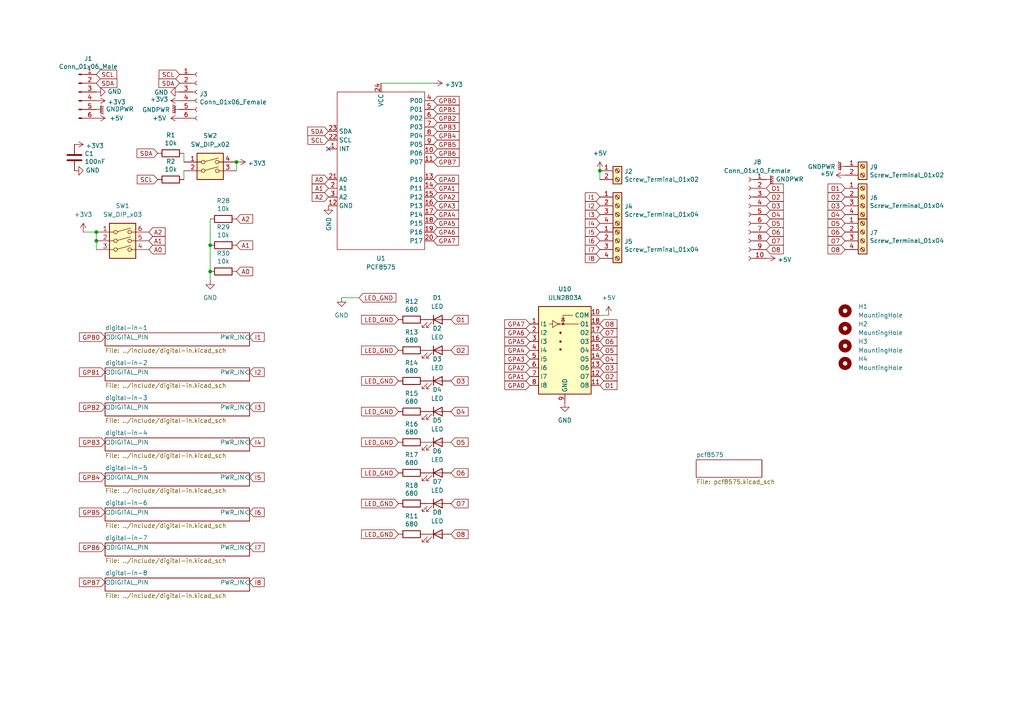
<source format=kicad_sch>
(kicad_sch (version 20210621) (generator eeschema)
  (paper "A4")
  (lib_symbols
    (symbol "Connector:Conn_01x06_Female" (pin_names (offset 1.016) hide)
      (property "Reference" "J" (at 0 7.62 0))
      (property "Value" "Conn_01x06_Female" (at 0 -10.16 0))
      (symbol "Conn_01x06_Female_1_1"
        (arc (start 0 -7.112) (end 0 -8.128) (radius (at 0 -7.62) (length 0.508) (angles 90.1 -90.1)) (stroke (width 0.1524)))
        (arc (start 0 -4.572) (end 0 -5.588) (radius (at 0 -5.08) (length 0.508) (angles 90.1 -90.1)) (stroke (width 0.1524)))
        (arc (start 0 -2.032) (end 0 -3.048) (radius (at 0 -2.54) (length 0.508) (angles 90.1 -90.1)) (stroke (width 0.1524)))
        (arc (start 0 0.508) (end 0 -0.508) (radius (at 0 0) (length 0.508) (angles 90.1 -90.1)) (stroke (width 0.1524)))
        (arc (start 0 3.048) (end 0 2.032) (radius (at 0 2.54) (length 0.508) (angles 90.1 -90.1)) (stroke (width 0.1524)))
        (arc (start 0 5.588) (end 0 4.572) (radius (at 0 5.08) (length 0.508) (angles 90.1 -90.1)) (stroke (width 0.1524)))
        (polyline (pts (xy -1.27 -7.62) (xy -0.508 -7.62)) (stroke (width 0.1524)))
        (polyline (pts (xy -1.27 -5.08) (xy -0.508 -5.08)) (stroke (width 0.1524)))
        (polyline (pts (xy -1.27 -2.54) (xy -0.508 -2.54)) (stroke (width 0.1524)))
        (polyline (pts (xy -1.27 0) (xy -0.508 0)) (stroke (width 0.1524)))
        (polyline (pts (xy -1.27 2.54) (xy -0.508 2.54)) (stroke (width 0.1524)))
        (polyline (pts (xy -1.27 5.08) (xy -0.508 5.08)) (stroke (width 0.1524)))
        (pin passive line (at -5.08 5.08 0) (length 3.81) (name "Pin_1") (number "1"))
        (pin passive line (at -5.08 2.54 0) (length 3.81) (name "Pin_2") (number "2"))
        (pin passive line (at -5.08 0 0) (length 3.81) (name "Pin_3") (number "3"))
        (pin passive line (at -5.08 -2.54 0) (length 3.81) (name "Pin_4") (number "4"))
        (pin passive line (at -5.08 -5.08 0) (length 3.81) (name "Pin_5") (number "5"))
        (pin passive line (at -5.08 -7.62 0) (length 3.81) (name "Pin_6") (number "6"))
      )
    )
    (symbol "Connector:Conn_01x06_Male" (pin_names (offset 1.016) hide)
      (property "Reference" "J" (at 0 7.62 0))
      (property "Value" "Conn_01x06_Male" (at 0 -10.16 0))
      (symbol "Conn_01x06_Male_1_1"
        (rectangle (start 0.8636 -7.493) (end 0 -7.747) (stroke (width 0.1524)) (fill (type outline)))
        (rectangle (start 0.8636 -4.953) (end 0 -5.207) (stroke (width 0.1524)) (fill (type outline)))
        (rectangle (start 0.8636 -2.413) (end 0 -2.667) (stroke (width 0.1524)) (fill (type outline)))
        (rectangle (start 0.8636 0.127) (end 0 -0.127) (stroke (width 0.1524)) (fill (type outline)))
        (rectangle (start 0.8636 2.667) (end 0 2.413) (stroke (width 0.1524)) (fill (type outline)))
        (rectangle (start 0.8636 5.207) (end 0 4.953) (stroke (width 0.1524)) (fill (type outline)))
        (polyline (pts (xy 1.27 -7.62) (xy 0.8636 -7.62)) (stroke (width 0.1524)))
        (polyline (pts (xy 1.27 -5.08) (xy 0.8636 -5.08)) (stroke (width 0.1524)))
        (polyline (pts (xy 1.27 -2.54) (xy 0.8636 -2.54)) (stroke (width 0.1524)))
        (polyline (pts (xy 1.27 0) (xy 0.8636 0)) (stroke (width 0.1524)))
        (polyline (pts (xy 1.27 2.54) (xy 0.8636 2.54)) (stroke (width 0.1524)))
        (polyline (pts (xy 1.27 5.08) (xy 0.8636 5.08)) (stroke (width 0.1524)))
        (pin passive line (at 5.08 5.08 180) (length 3.81) (name "Pin_1") (number "1"))
        (pin passive line (at 5.08 2.54 180) (length 3.81) (name "Pin_2") (number "2"))
        (pin passive line (at 5.08 0 180) (length 3.81) (name "Pin_3") (number "3"))
        (pin passive line (at 5.08 -2.54 180) (length 3.81) (name "Pin_4") (number "4"))
        (pin passive line (at 5.08 -5.08 180) (length 3.81) (name "Pin_5") (number "5"))
        (pin passive line (at 5.08 -7.62 180) (length 3.81) (name "Pin_6") (number "6"))
      )
    )
    (symbol "Connector:Conn_01x10_Female" (pin_names (offset 1.016) hide)
      (property "Reference" "J" (at 0 12.7 0))
      (property "Value" "Conn_01x10_Female" (at 0 -15.24 0))
      (symbol "Conn_01x10_Female_1_1"
        (arc (start 0 -12.192) (end 0 -13.208) (radius (at 0 -12.7) (length 0.508) (angles 90.1 -90.1)) (stroke (width 0.1524)))
        (arc (start 0 -9.652) (end 0 -10.668) (radius (at 0 -10.16) (length 0.508) (angles 90.1 -90.1)) (stroke (width 0.1524)))
        (arc (start 0 -7.112) (end 0 -8.128) (radius (at 0 -7.62) (length 0.508) (angles 90.1 -90.1)) (stroke (width 0.1524)))
        (arc (start 0 -4.572) (end 0 -5.588) (radius (at 0 -5.08) (length 0.508) (angles 90.1 -90.1)) (stroke (width 0.1524)))
        (arc (start 0 -2.032) (end 0 -3.048) (radius (at 0 -2.54) (length 0.508) (angles 90.1 -90.1)) (stroke (width 0.1524)))
        (arc (start 0 0.508) (end 0 -0.508) (radius (at 0 0) (length 0.508) (angles 90.1 -90.1)) (stroke (width 0.1524)))
        (arc (start 0 3.048) (end 0 2.032) (radius (at 0 2.54) (length 0.508) (angles 90.1 -90.1)) (stroke (width 0.1524)))
        (arc (start 0 5.588) (end 0 4.572) (radius (at 0 5.08) (length 0.508) (angles 90.1 -90.1)) (stroke (width 0.1524)))
        (arc (start 0 8.128) (end 0 7.112) (radius (at 0 7.62) (length 0.508) (angles 90.1 -90.1)) (stroke (width 0.1524)))
        (arc (start 0 10.668) (end 0 9.652) (radius (at 0 10.16) (length 0.508) (angles 90.1 -90.1)) (stroke (width 0.1524)))
        (polyline (pts (xy -1.27 -12.7) (xy -0.508 -12.7)) (stroke (width 0.1524)))
        (polyline (pts (xy -1.27 -10.16) (xy -0.508 -10.16)) (stroke (width 0.1524)))
        (polyline (pts (xy -1.27 -7.62) (xy -0.508 -7.62)) (stroke (width 0.1524)))
        (polyline (pts (xy -1.27 -5.08) (xy -0.508 -5.08)) (stroke (width 0.1524)))
        (polyline (pts (xy -1.27 -2.54) (xy -0.508 -2.54)) (stroke (width 0.1524)))
        (polyline (pts (xy -1.27 0) (xy -0.508 0)) (stroke (width 0.1524)))
        (polyline (pts (xy -1.27 2.54) (xy -0.508 2.54)) (stroke (width 0.1524)))
        (polyline (pts (xy -1.27 5.08) (xy -0.508 5.08)) (stroke (width 0.1524)))
        (polyline (pts (xy -1.27 7.62) (xy -0.508 7.62)) (stroke (width 0.1524)))
        (polyline (pts (xy -1.27 10.16) (xy -0.508 10.16)) (stroke (width 0.1524)))
        (pin passive line (at -5.08 10.16 0) (length 3.81) (name "Pin_1") (number "1"))
        (pin passive line (at -5.08 -12.7 0) (length 3.81) (name "Pin_10") (number "10"))
        (pin passive line (at -5.08 7.62 0) (length 3.81) (name "Pin_2") (number "2"))
        (pin passive line (at -5.08 5.08 0) (length 3.81) (name "Pin_3") (number "3"))
        (pin passive line (at -5.08 2.54 0) (length 3.81) (name "Pin_4") (number "4"))
        (pin passive line (at -5.08 0 0) (length 3.81) (name "Pin_5") (number "5"))
        (pin passive line (at -5.08 -2.54 0) (length 3.81) (name "Pin_6") (number "6"))
        (pin passive line (at -5.08 -5.08 0) (length 3.81) (name "Pin_7") (number "7"))
        (pin passive line (at -5.08 -7.62 0) (length 3.81) (name "Pin_8") (number "8"))
        (pin passive line (at -5.08 -10.16 0) (length 3.81) (name "Pin_9") (number "9"))
      )
    )
    (symbol "Connector:Screw_Terminal_01x02" (pin_names (offset 1.016) hide)
      (property "Reference" "J" (at 0 2.54 0))
      (property "Value" "Screw_Terminal_01x02" (at 0 -5.08 0))
      (symbol "Screw_Terminal_01x02_1_1"
        (circle (center 0 -2.54) (radius 0.635) (stroke (width 0.1524)))
        (circle (center 0 0) (radius 0.635) (stroke (width 0.1524)))
        (rectangle (start -1.27 1.27) (end 1.27 -3.81) (stroke (width 0.254)) (fill (type background)))
        (polyline (pts (xy -0.5334 -2.2098) (xy 0.3302 -3.048)) (stroke (width 0.1524)))
        (polyline (pts (xy -0.5334 0.3302) (xy 0.3302 -0.508)) (stroke (width 0.1524)))
        (polyline (pts (xy -0.3556 -2.032) (xy 0.508 -2.8702)) (stroke (width 0.1524)))
        (polyline (pts (xy -0.3556 0.508) (xy 0.508 -0.3302)) (stroke (width 0.1524)))
        (pin passive line (at -5.08 0 0) (length 3.81) (name "Pin_1") (number "1"))
        (pin passive line (at -5.08 -2.54 0) (length 3.81) (name "Pin_2") (number "2"))
      )
    )
    (symbol "Connector:Screw_Terminal_01x04" (pin_names (offset 1.016) hide)
      (property "Reference" "J" (at 0 5.08 0))
      (property "Value" "Screw_Terminal_01x04" (at 0 -7.62 0))
      (symbol "Screw_Terminal_01x04_1_1"
        (circle (center 0 -5.08) (radius 0.635) (stroke (width 0.1524)))
        (circle (center 0 -2.54) (radius 0.635) (stroke (width 0.1524)))
        (circle (center 0 0) (radius 0.635) (stroke (width 0.1524)))
        (circle (center 0 2.54) (radius 0.635) (stroke (width 0.1524)))
        (rectangle (start -1.27 3.81) (end 1.27 -6.35) (stroke (width 0.254)) (fill (type background)))
        (polyline (pts (xy -0.5334 -4.7498) (xy 0.3302 -5.588)) (stroke (width 0.1524)))
        (polyline (pts (xy -0.5334 -2.2098) (xy 0.3302 -3.048)) (stroke (width 0.1524)))
        (polyline (pts (xy -0.5334 0.3302) (xy 0.3302 -0.508)) (stroke (width 0.1524)))
        (polyline (pts (xy -0.5334 2.8702) (xy 0.3302 2.032)) (stroke (width 0.1524)))
        (polyline (pts (xy -0.3556 -4.572) (xy 0.508 -5.4102)) (stroke (width 0.1524)))
        (polyline (pts (xy -0.3556 -2.032) (xy 0.508 -2.8702)) (stroke (width 0.1524)))
        (polyline (pts (xy -0.3556 0.508) (xy 0.508 -0.3302)) (stroke (width 0.1524)))
        (polyline (pts (xy -0.3556 3.048) (xy 0.508 2.2098)) (stroke (width 0.1524)))
        (pin passive line (at -5.08 2.54 0) (length 3.81) (name "Pin_1") (number "1"))
        (pin passive line (at -5.08 0 0) (length 3.81) (name "Pin_2") (number "2"))
        (pin passive line (at -5.08 -2.54 0) (length 3.81) (name "Pin_3") (number "3"))
        (pin passive line (at -5.08 -5.08 0) (length 3.81) (name "Pin_4") (number "4"))
      )
    )
    (symbol "Device:C" (pin_numbers hide) (pin_names (offset 0.254))
      (property "Reference" "C" (at 0.635 2.54 0))
      (property "Value" "C" (at 0.635 -2.54 0))
      (symbol "C_0_1"
        (polyline (pts (xy -2.032 -0.762) (xy 2.032 -0.762)) (stroke (width 0.508)))
        (polyline (pts (xy -2.032 0.762) (xy 2.032 0.762)) (stroke (width 0.508)))
      )
      (symbol "C_1_1"
        (pin passive line (at 0 3.81 270) (length 2.794) (name "~") (number "1"))
        (pin passive line (at 0 -3.81 90) (length 2.794) (name "~") (number "2"))
      )
    )
    (symbol "Device:LED" (pin_numbers hide) (pin_names (offset 1.016) hide)
      (property "Reference" "D" (at 0 2.54 0))
      (property "Value" "LED" (at 0 -2.54 0))
      (symbol "LED_0_1"
        (polyline (pts (xy -1.27 -1.27) (xy -1.27 1.27)) (stroke (width 0.254)))
        (polyline (pts (xy -1.27 0) (xy 1.27 0)))
        (polyline (pts (xy 1.27 -1.27) (xy 1.27 1.27) (xy -1.27 0) (xy 1.27 -1.27)) (stroke (width 0.254)))
        (polyline (pts (xy -3.048 -0.762) (xy -4.572 -2.286) (xy -3.81 -2.286) (xy -4.572 -2.286) (xy -4.572 -1.524)))
        (polyline (pts (xy -1.778 -0.762) (xy -3.302 -2.286) (xy -2.54 -2.286) (xy -3.302 -2.286) (xy -3.302 -1.524)))
      )
      (symbol "LED_1_1"
        (pin passive line (at -3.81 0 0) (length 2.54) (name "K") (number "1"))
        (pin passive line (at 3.81 0 180) (length 2.54) (name "A") (number "2"))
      )
    )
    (symbol "Device:R" (pin_numbers hide) (pin_names (offset 0))
      (property "Reference" "R" (at 2.032 0 90))
      (property "Value" "R" (at 0 0 90))
      (symbol "R_0_1"
        (rectangle (start -1.016 -2.54) (end 1.016 2.54) (stroke (width 0.254)))
      )
      (symbol "R_1_1"
        (pin passive line (at 0 3.81 270) (length 1.27) (name "~") (number "1"))
        (pin passive line (at 0 -3.81 90) (length 1.27) (name "~") (number "2"))
      )
    )
    (symbol "Mechanical:MountingHole" (pin_names (offset 1.016))
      (property "Reference" "H" (at 0 5.08 0))
      (property "Value" "MountingHole" (at 0 3.175 0))
      (symbol "MountingHole_0_1"
        (circle (center 0 0) (radius 1.27) (stroke (width 1.27)))
      )
    )
    (symbol "Switch:SW_DIP_x02" (pin_names (offset 0) hide)
      (property "Reference" "SW" (at 0 6.35 0))
      (property "Value" "SW_DIP_x02" (at 0 -3.81 0))
      (symbol "SW_DIP_x02_0_0"
        (circle (center -2.032 0) (radius 0.508))
        (circle (center -2.032 2.54) (radius 0.508))
        (circle (center 2.032 0) (radius 0.508))
        (circle (center 2.032 2.54) (radius 0.508))
        (polyline (pts (xy -1.524 0.127) (xy 2.3622 1.1684)))
        (polyline (pts (xy -1.524 2.667) (xy 2.3622 3.7084)))
      )
      (symbol "SW_DIP_x02_0_1"
        (rectangle (start -3.81 5.08) (end 3.81 -2.54) (stroke (width 0.254)) (fill (type background)))
      )
      (symbol "SW_DIP_x02_1_1"
        (pin passive line (at -7.62 2.54 0) (length 5.08) (name "~") (number "1"))
        (pin passive line (at -7.62 0 0) (length 5.08) (name "~") (number "2"))
        (pin passive line (at 7.62 0 180) (length 5.08) (name "~") (number "3"))
        (pin passive line (at 7.62 2.54 180) (length 5.08) (name "~") (number "4"))
      )
    )
    (symbol "Switch:SW_DIP_x03" (pin_names (offset 0) hide)
      (property "Reference" "SW" (at 0 8.89 0))
      (property "Value" "SW_DIP_x03" (at 0 -3.81 0))
      (symbol "SW_DIP_x03_0_0"
        (circle (center -2.032 0) (radius 0.508))
        (circle (center -2.032 2.54) (radius 0.508))
        (circle (center -2.032 5.08) (radius 0.508))
        (circle (center 2.032 0) (radius 0.508))
        (circle (center 2.032 2.54) (radius 0.508))
        (circle (center 2.032 5.08) (radius 0.508))
        (polyline (pts (xy -1.524 0.127) (xy 2.3622 1.1684)))
        (polyline (pts (xy -1.524 2.667) (xy 2.3622 3.7084)))
        (polyline (pts (xy -1.524 5.207) (xy 2.3622 6.2484)))
      )
      (symbol "SW_DIP_x03_0_1"
        (rectangle (start -3.81 7.62) (end 3.81 -2.54) (stroke (width 0.254)) (fill (type background)))
      )
      (symbol "SW_DIP_x03_1_1"
        (pin passive line (at -7.62 5.08 0) (length 5.08) (name "~") (number "1"))
        (pin passive line (at -7.62 2.54 0) (length 5.08) (name "~") (number "2"))
        (pin passive line (at -7.62 0 0) (length 5.08) (name "~") (number "3"))
        (pin passive line (at 7.62 0 180) (length 5.08) (name "~") (number "4"))
        (pin passive line (at 7.62 2.54 180) (length 5.08) (name "~") (number "5"))
        (pin passive line (at 7.62 5.08 180) (length 5.08) (name "~") (number "6"))
      )
    )
    (symbol "Transistor_Array:ULN2803A"
      (property "Reference" "U" (at 0 13.335 0))
      (property "Value" "ULN2803A" (at 0 11.43 0))
      (symbol "ULN2803A_0_1"
        (circle (center -1.778 5.08) (radius 0.254))
        (circle (center -1.27 -2.286) (radius 0.254) (fill (type outline)))
        (circle (center -1.27 0) (radius 0.254) (fill (type outline)))
        (circle (center -1.27 2.54) (radius 0.254) (fill (type outline)))
        (circle (center -0.508 5.08) (radius 0.254) (fill (type outline)))
        (rectangle (start -7.62 -15.24) (end 7.62 10.16) (stroke (width 0.254)) (fill (type background)))
        (polyline (pts (xy -4.572 5.08) (xy -3.556 5.08)))
        (polyline (pts (xy -1.524 5.08) (xy 4.064 5.08)))
        (polyline (pts (xy 0 6.731) (xy -1.016 6.731)))
        (polyline (pts (xy -0.508 5.08) (xy -0.508 7.62) (xy 2.286 7.62)))
        (polyline (pts (xy -3.556 6.096) (xy -3.556 4.064) (xy -2.032 5.08) (xy -3.556 6.096)))
        (polyline (pts (xy 0 5.969) (xy -1.016 5.969) (xy -0.508 6.731) (xy 0 5.969)))
      )
      (symbol "ULN2803A_1_1"
        (pin input line (at -10.16 5.08 0) (length 2.54) (name "I1") (number "1"))
        (pin passive line (at 10.16 7.62 180) (length 2.54) (name "COM") (number "10"))
        (pin open_collector line (at 10.16 -12.7 180) (length 2.54) (name "O8") (number "11"))
        (pin open_collector line (at 10.16 -10.16 180) (length 2.54) (name "O7") (number "12"))
        (pin open_collector line (at 10.16 -7.62 180) (length 2.54) (name "O6") (number "13"))
        (pin open_collector line (at 10.16 -5.08 180) (length 2.54) (name "O5") (number "14"))
        (pin open_collector line (at 10.16 -2.54 180) (length 2.54) (name "O4") (number "15"))
        (pin open_collector line (at 10.16 0 180) (length 2.54) (name "O3") (number "16"))
        (pin open_collector line (at 10.16 2.54 180) (length 2.54) (name "O2") (number "17"))
        (pin open_collector line (at 10.16 5.08 180) (length 2.54) (name "O1") (number "18"))
        (pin input line (at -10.16 2.54 0) (length 2.54) (name "I2") (number "2"))
        (pin input line (at -10.16 0 0) (length 2.54) (name "I3") (number "3"))
        (pin input line (at -10.16 -2.54 0) (length 2.54) (name "I4") (number "4"))
        (pin input line (at -10.16 -5.08 0) (length 2.54) (name "I5") (number "5"))
        (pin input line (at -10.16 -7.62 0) (length 2.54) (name "I6") (number "6"))
        (pin input line (at -10.16 -10.16 0) (length 2.54) (name "I7") (number "7"))
        (pin input line (at -10.16 -12.7 0) (length 2.54) (name "I8") (number "8"))
        (pin power_in line (at 0 -17.78 90) (length 2.54) (name "GND") (number "9"))
      )
    )
    (symbol "custom:PCF8575"
      (property "Reference" "U" (at -10.16 24.13 0))
      (property "Value" "PCF8575" (at 0 -24.13 0))
      (symbol "PCF8575_0_1"
        (rectangle (start -12.7 22.86) (end 12.7 -22.86) (stroke (width 0.1524)))
      )
      (symbol "PCF8575_1_1"
        (pin output line (at -15.24 6.35 0) (length 2.54) (name "INT") (number "1"))
        (pin bidirectional line (at 15.24 5.08 180) (length 2.54) (name "P06") (number "10"))
        (pin bidirectional line (at 15.24 2.54 180) (length 2.54) (name "P07") (number "11"))
        (pin power_in line (at -15.24 -10.16 0) (length 2.54) (name "GND") (number "12"))
        (pin bidirectional line (at 15.24 -2.54 180) (length 2.54) (name "P10") (number "13"))
        (pin bidirectional line (at 15.24 -5.08 180) (length 2.54) (name "P11") (number "14"))
        (pin bidirectional line (at 15.24 -7.62 180) (length 2.54) (name "P12") (number "15"))
        (pin bidirectional line (at 15.24 -10.16 180) (length 2.54) (name "P13") (number "16"))
        (pin bidirectional line (at 15.24 -12.7 180) (length 2.54) (name "P14") (number "17"))
        (pin bidirectional line (at 15.24 -15.24 180) (length 2.54) (name "P15") (number "18"))
        (pin bidirectional line (at 15.24 -17.78 180) (length 2.54) (name "P16") (number "19"))
        (pin input line (at -15.24 -5.08 0) (length 2.54) (name "A1") (number "2"))
        (pin bidirectional line (at 15.24 -20.32 180) (length 2.54) (name "P17") (number "20"))
        (pin input line (at -15.24 -2.54 0) (length 2.54) (name "A0") (number "21"))
        (pin bidirectional line (at -15.24 8.89 0) (length 2.54) (name "SCL") (number "22"))
        (pin bidirectional line (at -15.24 11.43 0) (length 2.54) (name "SDA") (number "23"))
        (pin power_in line (at 0 25.4 270) (length 2.54) (name "VCC") (number "24"))
        (pin input line (at -15.24 -7.62 0) (length 2.54) (name "A2") (number "3"))
        (pin bidirectional line (at 15.24 20.32 180) (length 2.54) (name "P00") (number "4"))
        (pin bidirectional line (at 15.24 17.78 180) (length 2.54) (name "P01") (number "5"))
        (pin bidirectional line (at 15.24 15.24 180) (length 2.54) (name "P02") (number "6"))
        (pin bidirectional line (at 15.24 12.7 180) (length 2.54) (name "P03") (number "7"))
        (pin bidirectional line (at 15.24 10.16 180) (length 2.54) (name "P04") (number "8"))
        (pin bidirectional line (at 15.24 7.62 180) (length 2.54) (name "P05") (number "9"))
      )
    )
    (symbol "power:+3.3V" (power) (pin_names (offset 0))
      (property "Value" "+3.3V" (at 0 3.556 0))
      (symbol "+3.3V_0_1"
        (polyline (pts (xy -0.762 1.27) (xy 0 2.54)))
        (polyline (pts (xy 0 0) (xy 0 2.54)))
        (polyline (pts (xy 0 2.54) (xy 0.762 1.27)))
      )
      (symbol "+3.3V_1_1"
        (pin power_in line (at 0 0 90) (length 0) hide (name "+3V3") (number "1"))
      )
    )
    (symbol "power:+5V" (power) (pin_names (offset 0))
      (property "Value" "+5V" (at 0 3.556 0))
      (symbol "+5V_0_1"
        (polyline (pts (xy -0.762 1.27) (xy 0 2.54)))
        (polyline (pts (xy 0 0) (xy 0 2.54)))
        (polyline (pts (xy 0 2.54) (xy 0.762 1.27)))
      )
      (symbol "+5V_1_1"
        (pin power_in line (at 0 0 90) (length 0) hide (name "+5V") (number "1"))
      )
    )
    (symbol "power:GND" (power) (pin_names (offset 0))
      (property "Value" "GND" (at 0 -3.81 0))
      (symbol "GND_0_1"
        (polyline (pts (xy 0 0) (xy 0 -1.27) (xy 1.27 -1.27) (xy 0 -2.54) (xy -1.27 -1.27) (xy 0 -1.27)))
      )
      (symbol "GND_1_1"
        (pin power_in line (at 0 0 270) (length 0) hide (name "GND") (number "1"))
      )
    )
    (symbol "power:GNDPWR" (power) (pin_names (offset 0))
      (property "Value" "GNDPWR" (at 0 -3.302 0))
      (symbol "GNDPWR_0_1"
        (polyline (pts (xy 0 -1.27) (xy 0 0)))
        (polyline (pts (xy -1.016 -1.27) (xy -1.27 -2.032) (xy -1.27 -2.032)) (stroke (width 0.2032)))
        (polyline (pts (xy -0.508 -1.27) (xy -0.762 -2.032) (xy -0.762 -2.032)) (stroke (width 0.2032)))
        (polyline (pts (xy 0 -1.27) (xy -0.254 -2.032) (xy -0.254 -2.032)) (stroke (width 0.2032)))
        (polyline (pts (xy 0.508 -1.27) (xy 0.254 -2.032) (xy 0.254 -2.032)) (stroke (width 0.2032)))
        (polyline (pts (xy 1.016 -1.27) (xy -1.016 -1.27) (xy -1.016 -1.27)) (stroke (width 0.2032)))
        (polyline (pts (xy 1.016 -1.27) (xy 0.762 -2.032) (xy 0.762 -2.032) (xy 0.762 -2.032)) (stroke (width 0.2032)))
      )
      (symbol "GNDPWR_1_1"
        (pin power_in line (at 0 0 270) (length 0) hide (name "GNDPWR") (number "1"))
      )
    )
  )
  (junction (at 27.94 67.31))
  (junction (at 27.94 69.85))
  (junction (at 60.96 71.12) (diameter 0.9144))
  (junction (at 60.96 78.74) (diameter 0.9144))
  (junction (at 68.58 46.99))
  (junction (at 173.99 49.53) (diameter 0.9144))
  (no_connect (at 95.25 43.18))
  (wire (pts (xy 24.13 67.31) (xy 27.94 67.31)))
  (wire (pts (xy 27.94 67.31) (xy 27.94 69.85)))
  (wire (pts (xy 27.94 69.85) (xy 27.94 72.39)))
  (wire (pts (xy 53.34 44.45) (xy 53.34 46.99)))
  (wire (pts (xy 53.34 49.53) (xy 53.34 52.07)))
  (wire (pts (xy 60.96 63.5) (xy 60.96 71.12)))
  (wire (pts (xy 60.96 71.12) (xy 60.96 78.74)))
  (wire (pts (xy 60.96 78.74) (xy 60.96 81.28)))
  (wire (pts (xy 68.58 46.99) (xy 68.58 49.53)))
  (wire (pts (xy 99.06 86.36) (xy 104.14 86.36)))
  (wire (pts (xy 110.49 24.13) (xy 125.73 24.13)))
  (wire (pts (xy 173.99 49.53) (xy 173.99 52.07)))
  (wire (pts (xy 173.99 91.44) (xy 176.53 91.44)))
  (global_label "SCL" (shape input) (at 27.94 21.59 0) (property "Intersheet References" "${INTERSHEET_REFS}" (effects hide)))
  (global_label "SDA" (shape input) (at 27.94 24.13 0) (property "Intersheet References" "${INTERSHEET_REFS}" (effects hide)))
  (global_label "GPB0" (shape input) (at 30.48 97.79 180) (property "Intersheet References" "${INTERSHEET_REFS}" (effects hide)))
  (global_label "GPB1" (shape input) (at 30.48 107.95 180) (property "Intersheet References" "${INTERSHEET_REFS}" (effects hide)))
  (global_label "GPB2" (shape input) (at 30.48 118.11 180) (property "Intersheet References" "${INTERSHEET_REFS}" (effects hide)))
  (global_label "GPB3" (shape input) (at 30.48 128.27 180) (property "Intersheet References" "${INTERSHEET_REFS}" (effects hide)))
  (global_label "GPB4" (shape input) (at 30.48 138.43 180) (property "Intersheet References" "${INTERSHEET_REFS}" (effects hide)))
  (global_label "GPB5" (shape input) (at 30.48 148.59 180) (property "Intersheet References" "${INTERSHEET_REFS}" (effects hide)))
  (global_label "GPB6" (shape input) (at 30.48 158.75 180) (property "Intersheet References" "${INTERSHEET_REFS}" (effects hide)))
  (global_label "GPB7" (shape input) (at 30.48 168.91 180) (property "Intersheet References" "${INTERSHEET_REFS}" (effects hide)))
  (global_label "A2" (shape input) (at 43.18 67.31 0) (property "Intersheet References" "${INTERSHEET_REFS}" (effects hide)))
  (global_label "A1" (shape input) (at 43.18 69.85 0) (property "Intersheet References" "${INTERSHEET_REFS}" (effects hide)))
  (global_label "A0" (shape input) (at 43.18 72.39 0) (property "Intersheet References" "${INTERSHEET_REFS}" (effects hide)))
  (global_label "SDA" (shape input) (at 45.72 44.45 180) (property "Intersheet References" "${INTERSHEET_REFS}" (effects hide)))
  (global_label "SCL" (shape input) (at 45.72 52.07 180) (property "Intersheet References" "${INTERSHEET_REFS}" (effects hide)))
  (global_label "SCL" (shape input) (at 52.07 21.59 180) (property "Intersheet References" "${INTERSHEET_REFS}" (effects hide)))
  (global_label "SDA" (shape input) (at 52.07 24.13 180) (property "Intersheet References" "${INTERSHEET_REFS}" (effects hide)))
  (global_label "A2" (shape input) (at 68.58 63.5 0) (property "Intersheet References" "${INTERSHEET_REFS}" (effects hide)))
  (global_label "A1" (shape input) (at 68.58 71.12 0) (property "Intersheet References" "${INTERSHEET_REFS}" (effects hide)))
  (global_label "A0" (shape input) (at 68.58 78.74 0) (property "Intersheet References" "${INTERSHEET_REFS}" (effects hide)))
  (global_label "I1" (shape input) (at 72.39 97.79 0) (property "Intersheet References" "${INTERSHEET_REFS}" (effects hide)))
  (global_label "I2" (shape input) (at 72.39 107.95 0) (property "Intersheet References" "${INTERSHEET_REFS}" (effects hide)))
  (global_label "I3" (shape input) (at 72.39 118.11 0) (property "Intersheet References" "${INTERSHEET_REFS}" (effects hide)))
  (global_label "I4" (shape input) (at 72.39 128.27 0) (property "Intersheet References" "${INTERSHEET_REFS}" (effects hide)))
  (global_label "I5" (shape input) (at 72.39 138.43 0) (property "Intersheet References" "${INTERSHEET_REFS}" (effects hide)))
  (global_label "I6" (shape input) (at 72.39 148.59 0) (property "Intersheet References" "${INTERSHEET_REFS}" (effects hide)))
  (global_label "I7" (shape input) (at 72.39 158.75 0) (property "Intersheet References" "${INTERSHEET_REFS}" (effects hide)))
  (global_label "I8" (shape input) (at 72.39 168.91 0) (property "Intersheet References" "${INTERSHEET_REFS}" (effects hide)))
  (global_label "SDA" (shape input) (at 95.25 38.1 180) (property "Intersheet References" "${INTERSHEET_REFS}" (effects hide)))
  (global_label "SCL" (shape input) (at 95.25 40.64 180) (property "Intersheet References" "${INTERSHEET_REFS}" (effects hide)))
  (global_label "A0" (shape input) (at 95.25 52.07 180) (property "Intersheet References" "${INTERSHEET_REFS}" (effects hide)))
  (global_label "A1" (shape input) (at 95.25 54.61 180) (property "Intersheet References" "${INTERSHEET_REFS}" (effects hide)))
  (global_label "A2" (shape input) (at 95.25 57.15 180) (property "Intersheet References" "${INTERSHEET_REFS}" (effects hide)))
  (global_label "LED_GND" (shape input) (at 104.14 86.36 0) (property "Intersheet References" "${INTERSHEET_REFS}" (effects hide)))
  (global_label "LED_GND" (shape input) (at 115.57 92.71 180) (property "Intersheet References" "${INTERSHEET_REFS}" (effects hide)))
  (global_label "LED_GND" (shape input) (at 115.57 101.6 180) (property "Intersheet References" "${INTERSHEET_REFS}" (effects hide)))
  (global_label "LED_GND" (shape input) (at 115.57 110.49 180) (property "Intersheet References" "${INTERSHEET_REFS}" (effects hide)))
  (global_label "LED_GND" (shape input) (at 115.57 119.38 180) (property "Intersheet References" "${INTERSHEET_REFS}" (effects hide)))
  (global_label "LED_GND" (shape input) (at 115.57 128.27 180) (property "Intersheet References" "${INTERSHEET_REFS}" (effects hide)))
  (global_label "LED_GND" (shape input) (at 115.57 137.16 180) (property "Intersheet References" "${INTERSHEET_REFS}" (effects hide)))
  (global_label "LED_GND" (shape input) (at 115.57 146.05 180) (property "Intersheet References" "${INTERSHEET_REFS}" (effects hide)))
  (global_label "LED_GND" (shape input) (at 115.57 154.94 180) (property "Intersheet References" "${INTERSHEET_REFS}" (effects hide)))
  (global_label "GPB0" (shape input) (at 125.73 29.21 0) (property "Intersheet References" "${INTERSHEET_REFS}" (effects hide)))
  (global_label "GPB1" (shape input) (at 125.73 31.75 0) (property "Intersheet References" "${INTERSHEET_REFS}" (effects hide)))
  (global_label "GPB2" (shape input) (at 125.73 34.29 0) (property "Intersheet References" "${INTERSHEET_REFS}" (effects hide)))
  (global_label "GPB3" (shape input) (at 125.73 36.83 0) (property "Intersheet References" "${INTERSHEET_REFS}" (effects hide)))
  (global_label "GPB4" (shape input) (at 125.73 39.37 0) (property "Intersheet References" "${INTERSHEET_REFS}" (effects hide)))
  (global_label "GPB5" (shape input) (at 125.73 41.91 0) (property "Intersheet References" "${INTERSHEET_REFS}" (effects hide)))
  (global_label "GPB6" (shape input) (at 125.73 44.45 0) (property "Intersheet References" "${INTERSHEET_REFS}" (effects hide)))
  (global_label "GPB7" (shape input) (at 125.73 46.99 0) (property "Intersheet References" "${INTERSHEET_REFS}" (effects hide)))
  (global_label "GPA0" (shape input) (at 125.73 52.07 0) (property "Intersheet References" "${INTERSHEET_REFS}" (effects hide)))
  (global_label "GPA1" (shape input) (at 125.73 54.61 0) (property "Intersheet References" "${INTERSHEET_REFS}" (effects hide)))
  (global_label "GPA2" (shape input) (at 125.73 57.15 0) (property "Intersheet References" "${INTERSHEET_REFS}" (effects hide)))
  (global_label "GPA3" (shape input) (at 125.73 59.69 0) (property "Intersheet References" "${INTERSHEET_REFS}" (effects hide)))
  (global_label "GPA4" (shape input) (at 125.73 62.23 0) (property "Intersheet References" "${INTERSHEET_REFS}" (effects hide)))
  (global_label "GPA5" (shape input) (at 125.73 64.77 0) (property "Intersheet References" "${INTERSHEET_REFS}" (effects hide)))
  (global_label "GPA6" (shape input) (at 125.73 67.31 0) (property "Intersheet References" "${INTERSHEET_REFS}" (effects hide)))
  (global_label "GPA7" (shape input) (at 125.73 69.85 0) (property "Intersheet References" "${INTERSHEET_REFS}" (effects hide)))
  (global_label "O1" (shape input) (at 130.81 92.71 0) (property "Intersheet References" "${INTERSHEET_REFS}" (effects hide)))
  (global_label "O2" (shape input) (at 130.81 101.6 0) (property "Intersheet References" "${INTERSHEET_REFS}" (effects hide)))
  (global_label "O3" (shape input) (at 130.81 110.49 0) (property "Intersheet References" "${INTERSHEET_REFS}" (effects hide)))
  (global_label "O4" (shape input) (at 130.81 119.38 0) (property "Intersheet References" "${INTERSHEET_REFS}" (effects hide)))
  (global_label "O5" (shape input) (at 130.81 128.27 0) (property "Intersheet References" "${INTERSHEET_REFS}" (effects hide)))
  (global_label "O6" (shape input) (at 130.81 137.16 0) (property "Intersheet References" "${INTERSHEET_REFS}" (effects hide)))
  (global_label "O7" (shape input) (at 130.81 146.05 0) (property "Intersheet References" "${INTERSHEET_REFS}" (effects hide)))
  (global_label "O8" (shape input) (at 130.81 154.94 0) (property "Intersheet References" "${INTERSHEET_REFS}" (effects hide)))
  (global_label "GPA7" (shape input) (at 153.67 93.98 180) (property "Intersheet References" "${INTERSHEET_REFS}" (effects hide)))
  (global_label "GPA6" (shape input) (at 153.67 96.52 180) (property "Intersheet References" "${INTERSHEET_REFS}" (effects hide)))
  (global_label "GPA5" (shape input) (at 153.67 99.06 180) (property "Intersheet References" "${INTERSHEET_REFS}" (effects hide)))
  (global_label "GPA4" (shape input) (at 153.67 101.6 180) (property "Intersheet References" "${INTERSHEET_REFS}" (effects hide)))
  (global_label "GPA3" (shape input) (at 153.67 104.14 180) (property "Intersheet References" "${INTERSHEET_REFS}" (effects hide)))
  (global_label "GPA2" (shape input) (at 153.67 106.68 180) (property "Intersheet References" "${INTERSHEET_REFS}" (effects hide)))
  (global_label "GPA1" (shape input) (at 153.67 109.22 180) (property "Intersheet References" "${INTERSHEET_REFS}" (effects hide)))
  (global_label "GPA0" (shape input) (at 153.67 111.76 180) (property "Intersheet References" "${INTERSHEET_REFS}" (effects hide)))
  (global_label "I1" (shape input) (at 173.99 57.15 180) (property "Intersheet References" "${INTERSHEET_REFS}" (effects hide)))
  (global_label "I2" (shape input) (at 173.99 59.69 180) (property "Intersheet References" "${INTERSHEET_REFS}" (effects hide)))
  (global_label "I3" (shape input) (at 173.99 62.23 180) (property "Intersheet References" "${INTERSHEET_REFS}" (effects hide)))
  (global_label "I4" (shape input) (at 173.99 64.77 180) (property "Intersheet References" "${INTERSHEET_REFS}" (effects hide)))
  (global_label "I5" (shape input) (at 173.99 67.31 180) (property "Intersheet References" "${INTERSHEET_REFS}" (effects hide)))
  (global_label "I6" (shape input) (at 173.99 69.85 180) (property "Intersheet References" "${INTERSHEET_REFS}" (effects hide)))
  (global_label "I7" (shape input) (at 173.99 72.39 180) (property "Intersheet References" "${INTERSHEET_REFS}" (effects hide)))
  (global_label "I8" (shape input) (at 173.99 74.93 180) (property "Intersheet References" "${INTERSHEET_REFS}" (effects hide)))
  (global_label "O8" (shape input) (at 173.99 93.98 0) (property "Intersheet References" "${INTERSHEET_REFS}" (effects hide)))
  (global_label "O7" (shape input) (at 173.99 96.52 0) (property "Intersheet References" "${INTERSHEET_REFS}" (effects hide)))
  (global_label "O6" (shape input) (at 173.99 99.06 0) (property "Intersheet References" "${INTERSHEET_REFS}" (effects hide)))
  (global_label "O5" (shape input) (at 173.99 101.6 0) (property "Intersheet References" "${INTERSHEET_REFS}" (effects hide)))
  (global_label "O4" (shape input) (at 173.99 104.14 0) (property "Intersheet References" "${INTERSHEET_REFS}" (effects hide)))
  (global_label "O3" (shape input) (at 173.99 106.68 0) (property "Intersheet References" "${INTERSHEET_REFS}" (effects hide)))
  (global_label "O2" (shape input) (at 173.99 109.22 0) (property "Intersheet References" "${INTERSHEET_REFS}" (effects hide)))
  (global_label "O1" (shape input) (at 173.99 111.76 0) (property "Intersheet References" "${INTERSHEET_REFS}" (effects hide)))
  (global_label "O1" (shape input) (at 222.25 54.61 0) (property "Intersheet References" "${INTERSHEET_REFS}" (effects hide)))
  (global_label "O2" (shape input) (at 222.25 57.15 0) (property "Intersheet References" "${INTERSHEET_REFS}" (effects hide)))
  (global_label "O3" (shape input) (at 222.25 59.69 0) (property "Intersheet References" "${INTERSHEET_REFS}" (effects hide)))
  (global_label "O4" (shape input) (at 222.25 62.23 0) (property "Intersheet References" "${INTERSHEET_REFS}" (effects hide)))
  (global_label "O5" (shape input) (at 222.25 64.77 0) (property "Intersheet References" "${INTERSHEET_REFS}" (effects hide)))
  (global_label "O6" (shape input) (at 222.25 67.31 0) (property "Intersheet References" "${INTERSHEET_REFS}" (effects hide)))
  (global_label "O7" (shape input) (at 222.25 69.85 0) (property "Intersheet References" "${INTERSHEET_REFS}" (effects hide)))
  (global_label "O8" (shape input) (at 222.25 72.39 0) (property "Intersheet References" "${INTERSHEET_REFS}" (effects hide)))
  (global_label "O1" (shape input) (at 245.11 54.61 180) (property "Intersheet References" "${INTERSHEET_REFS}" (effects hide)))
  (global_label "O2" (shape input) (at 245.11 57.15 180) (property "Intersheet References" "${INTERSHEET_REFS}" (effects hide)))
  (global_label "O3" (shape input) (at 245.11 59.69 180) (property "Intersheet References" "${INTERSHEET_REFS}" (effects hide)))
  (global_label "O4" (shape input) (at 245.11 62.23 180) (property "Intersheet References" "${INTERSHEET_REFS}" (effects hide)))
  (global_label "O5" (shape input) (at 245.11 64.77 180) (property "Intersheet References" "${INTERSHEET_REFS}" (effects hide)))
  (global_label "O6" (shape input) (at 245.11 67.31 180) (property "Intersheet References" "${INTERSHEET_REFS}" (effects hide)))
  (global_label "O7" (shape input) (at 245.11 69.85 180) (property "Intersheet References" "${INTERSHEET_REFS}" (effects hide)))
  (global_label "O8" (shape input) (at 245.11 72.39 180) (property "Intersheet References" "${INTERSHEET_REFS}" (effects hide)))
  (symbol (lib_id "power:+3.3V") (at 21.59 41.91 270) (unit 1)
    (property "Reference" "#PWR010" (effects hide))
    (property "Value" "+3.3V" (at 24.8412 42.291 90) (effects (justify left)))
  )
  (symbol (lib_id "power:+3.3V") (at 24.13 67.31 0) (unit 1)
    (property "Reference" "#PWR0118" (effects hide))
    (property "Value" "+3.3V" (at 24.13 62.23 0))
  )
  (symbol (lib_id "power:+3.3V") (at 27.94 29.21 270) (unit 1)
    (property "Reference" "#PWR02" (effects hide))
    (property "Value" "+3.3V" (at 31.1912 29.591 90) (effects (justify left)))
  )
  (symbol (lib_id "power:+5V") (at 27.94 34.29 270) (unit 1)
    (property "Reference" "#PWR0137" (effects hide))
    (property "Value" "+5V" (at 31.75 34.2899 90) (effects (justify left)))
  )
  (symbol (lib_id "power:+3.3V") (at 52.07 29.21 90) (unit 1)
    (property "Reference" "#PWR06" (effects hide))
    (property "Value" "+3.3V" (at 48.8188 28.829 90) (effects (justify left)))
  )
  (symbol (lib_id "power:+5V") (at 52.07 34.29 90) (unit 1)
    (property "Reference" "#PWR0138" (effects hide))
    (property "Value" "+5V" (at 48.26 34.2899 90) (effects (justify left)))
  )
  (symbol (lib_id "power:+3.3V") (at 68.58 46.99 270) (unit 1)
    (property "Reference" "#PWR09" (effects hide))
    (property "Value" "+3.3V" (at 71.8312 47.371 90) (effects (justify left)))
  )
  (symbol (lib_id "power:+3.3V") (at 125.73 24.13 270) (unit 1)
    (property "Reference" "#PWR013" (effects hide))
    (property "Value" "+3.3V" (at 128.9812 24.511 90) (effects (justify left)))
  )
  (symbol (lib_id "power:+5V") (at 173.99 49.53 0) (unit 1)
    (property "Reference" "#PWR0139" (effects hide))
    (property "Value" "+5V" (at 173.99 44.45 0))
  )
  (symbol (lib_id "power:+5V") (at 176.53 91.44 0) (unit 1)
    (property "Reference" "#PWR0140" (effects hide))
    (property "Value" "+5V" (at 176.53 86.36 0))
  )
  (symbol (lib_id "power:+5V") (at 222.25 74.93 270) (unit 1)
    (property "Reference" "#PWR024" (effects hide))
    (property "Value" "+5V" (at 225.5012 75.311 90) (effects (justify left)))
  )
  (symbol (lib_id "power:+5V") (at 245.11 50.8 90) (unit 1)
    (property "Reference" "#PWR026" (effects hide))
    (property "Value" "+5V" (at 241.8588 50.419 90) (effects (justify left)))
  )
  (symbol (lib_id "power:GNDPWR") (at 27.94 31.75 90) (unit 1)
    (property "Reference" "#PWR03" (effects hide))
    (property "Value" "GNDPWR" (at 30.7086 31.6484 90) (effects (justify right)))
  )
  (symbol (lib_id "power:GNDPWR") (at 52.07 31.75 270) (unit 1)
    (property "Reference" "#PWR07" (effects hide))
    (property "Value" "GNDPWR" (at 49.3014 31.8516 90) (effects (justify right)))
  )
  (symbol (lib_id "power:GNDPWR") (at 222.25 52.07 90) (unit 1)
    (property "Reference" "#PWR023" (effects hide))
    (property "Value" "GNDPWR" (at 225.0186 51.9684 90) (effects (justify right)))
  )
  (symbol (lib_id "power:GNDPWR") (at 245.11 48.26 270) (unit 1)
    (property "Reference" "#PWR025" (effects hide))
    (property "Value" "GNDPWR" (at 242.3414 48.3616 90) (effects (justify right)))
  )
  (symbol (lib_id "power:GND") (at 21.59 49.53 90) (unit 1)
    (property "Reference" "#PWR011" (effects hide))
    (property "Value" "GND" (at 24.8412 49.403 90) (effects (justify right)))
  )
  (symbol (lib_id "power:GND") (at 27.94 26.67 90) (unit 1)
    (property "Reference" "#PWR01" (effects hide))
    (property "Value" "GND" (at 31.1912 26.543 90) (effects (justify right)))
  )
  (symbol (lib_id "power:GND") (at 52.07 26.67 270) (unit 1)
    (property "Reference" "#PWR05" (effects hide))
    (property "Value" "GND" (at 48.8188 26.797 90) (effects (justify right)))
  )
  (symbol (lib_id "power:GND") (at 60.96 81.28 0) (unit 1)
    (property "Reference" "#PWR0135" (effects hide))
    (property "Value" "GND" (at 60.96 86.36 0))
  )
  (symbol (lib_id "power:GND") (at 95.25 59.69 0) (unit 1)
    (property "Reference" "#PWR012" (effects hide))
    (property "Value" "GND" (at 95.377 62.9412 90) (effects (justify right)))
  )
  (symbol (lib_id "power:GND") (at 99.06 86.36 0) (unit 1)
    (property "Reference" "#PWR0141" (effects hide))
    (property "Value" "GND" (at 99.06 91.44 0))
  )
  (symbol (lib_id "power:GND") (at 163.83 116.84 0) (unit 1)
    (property "Reference" "#PWR0117" (effects hide))
    (property "Value" "GND" (at 163.83 121.92 0))
  )
  (symbol (lib_id "Mechanical:MountingHole") (at 245.11 90.17 0) (unit 1)
    (property "Reference" "H1" (at 248.92 88.8999 0) (effects (justify left)))
    (property "Value" "MountingHole" (at 248.92 91.4399 0) (effects (justify left)))
    (property "Footprint" "MountingHole:MountingHole_3.2mm_M3" (effects hide))
    (property "LCSC" "skip" (effects hide))
  )
  (symbol (lib_id "Mechanical:MountingHole") (at 245.11 95.25 0) (unit 1)
    (property "Reference" "H2" (at 248.92 93.9799 0) (effects (justify left)))
    (property "Value" "MountingHole" (at 248.92 96.5199 0) (effects (justify left)))
    (property "Footprint" "MountingHole:MountingHole_3.2mm_M3" (effects hide))
    (property "LCSC" "skip" (effects hide))
  )
  (symbol (lib_id "Mechanical:MountingHole") (at 245.11 100.33 0) (unit 1)
    (property "Reference" "H3" (at 248.92 99.0599 0) (effects (justify left)))
    (property "Value" "MountingHole" (at 248.92 101.5999 0) (effects (justify left)))
    (property "Footprint" "MountingHole:MountingHole_3.2mm_M3" (effects hide))
    (property "LCSC" "skip" (effects hide))
  )
  (symbol (lib_id "Mechanical:MountingHole") (at 245.11 105.41 0) (unit 1)
    (property "Reference" "H4" (at 248.92 104.1399 0) (effects (justify left)))
    (property "Value" "MountingHole" (at 248.92 106.6799 0) (effects (justify left)))
    (property "Footprint" "MountingHole:MountingHole_3.2mm_M3" (effects hide))
    (property "LCSC" "skip" (effects hide))
  )
  (symbol (lib_id "Device:R") (at 49.53 44.45 270) (unit 1)
    (property "Reference" "R1" (at 49.53 39.1922 90))
    (property "Value" "10k" (at 49.53 41.5036 90))
    (property "Footprint" "Resistor_SMD:R_0402_1005Metric" (effects hide))
    (property "Datasheet" "https://datasheet.lcsc.com/lcsc/1809301717_UNI-ROYAL-Uniroyal-Elec-0402WGF1002TCE_C25744.pdf" (effects hide))
    (property "LCSC" "C25744" (effects hide))
  )
  (symbol (lib_id "Device:R") (at 49.53 52.07 270) (unit 1)
    (property "Reference" "R2" (at 49.53 46.8122 90))
    (property "Value" "10k" (at 49.53 49.1236 90))
    (property "Footprint" "Resistor_SMD:R_0402_1005Metric" (effects hide))
    (property "Datasheet" "https://datasheet.lcsc.com/lcsc/1809301717_UNI-ROYAL-Uniroyal-Elec-0402WGF1002TCE_C25744.pdf" (effects hide))
    (property "LCSC" "C25744" (effects hide))
  )
  (symbol (lib_id "Device:R") (at 64.77 63.5 270) (unit 1)
    (property "Reference" "R28" (at 64.77 58.2422 90))
    (property "Value" "10k" (at 64.77 60.5536 90))
    (property "Footprint" "Resistor_SMD:R_0402_1005Metric" (effects hide))
    (property "Datasheet" "https://datasheet.lcsc.com/lcsc/1809301717_UNI-ROYAL-Uniroyal-Elec-0402WGF1002TCE_C25744.pdf" (effects hide))
    (property "LCSC" "C25744" (effects hide))
  )
  (symbol (lib_id "Device:R") (at 64.77 71.12 270) (unit 1)
    (property "Reference" "R29" (at 64.77 65.8622 90))
    (property "Value" "10k" (at 64.77 68.1736 90))
    (property "Footprint" "Resistor_SMD:R_0402_1005Metric" (effects hide))
    (property "Datasheet" "https://datasheet.lcsc.com/lcsc/1809301717_UNI-ROYAL-Uniroyal-Elec-0402WGF1002TCE_C25744.pdf" (effects hide))
    (property "LCSC" "C25744" (effects hide))
  )
  (symbol (lib_id "Device:R") (at 64.77 78.74 270) (unit 1)
    (property "Reference" "R30" (at 64.77 73.4822 90))
    (property "Value" "10k" (at 64.77 75.7936 90))
    (property "Footprint" "Resistor_SMD:R_0402_1005Metric" (effects hide))
    (property "Datasheet" "https://datasheet.lcsc.com/lcsc/1809301717_UNI-ROYAL-Uniroyal-Elec-0402WGF1002TCE_C25744.pdf" (effects hide))
    (property "LCSC" "C25744" (effects hide))
  )
  (symbol (lib_id "Device:R") (at 119.38 92.71 270) (unit 1)
    (property "Reference" "R12" (at 119.38 87.4522 90))
    (property "Value" "680" (at 119.38 89.7636 90))
    (property "Footprint" "Resistor_SMD:R_0402_1005Metric" (effects hide))
    (property "Datasheet" "https://datasheet.lcsc.com/lcsc/1811011222_UNI-ROYAL-Uniroyal-Elec-0402WGF6801TCE_C25917.pdf" (effects hide))
    (property "LCSC" "C25917" (effects hide))
  )
  (symbol (lib_id "Device:R") (at 119.38 101.6 270) (unit 1)
    (property "Reference" "R13" (at 119.38 96.3422 90))
    (property "Value" "680" (at 119.38 98.6536 90))
    (property "Footprint" "Resistor_SMD:R_0402_1005Metric" (effects hide))
    (property "Datasheet" "https://datasheet.lcsc.com/lcsc/1811011222_UNI-ROYAL-Uniroyal-Elec-0402WGF6801TCE_C25917.pdf" (effects hide))
    (property "LCSC" "C25917" (effects hide))
  )
  (symbol (lib_id "Device:R") (at 119.38 110.49 270) (unit 1)
    (property "Reference" "R14" (at 119.38 105.2322 90))
    (property "Value" "680" (at 119.38 107.5436 90))
    (property "Footprint" "Resistor_SMD:R_0402_1005Metric" (effects hide))
    (property "Datasheet" "https://datasheet.lcsc.com/lcsc/1811011222_UNI-ROYAL-Uniroyal-Elec-0402WGF6801TCE_C25917.pdf" (effects hide))
    (property "LCSC" "C25917" (effects hide))
  )
  (symbol (lib_id "Device:R") (at 119.38 119.38 270) (unit 1)
    (property "Reference" "R15" (at 119.38 114.1222 90))
    (property "Value" "680" (at 119.38 116.4336 90))
    (property "Footprint" "Resistor_SMD:R_0402_1005Metric" (effects hide))
    (property "Datasheet" "https://datasheet.lcsc.com/lcsc/1811011222_UNI-ROYAL-Uniroyal-Elec-0402WGF6801TCE_C25917.pdf" (effects hide))
    (property "LCSC" "C25917" (effects hide))
  )
  (symbol (lib_id "Device:R") (at 119.38 128.27 270) (unit 1)
    (property "Reference" "R16" (at 119.38 123.0122 90))
    (property "Value" "680" (at 119.38 125.3236 90))
    (property "Footprint" "Resistor_SMD:R_0402_1005Metric" (effects hide))
    (property "Datasheet" "https://datasheet.lcsc.com/lcsc/1811011222_UNI-ROYAL-Uniroyal-Elec-0402WGF6801TCE_C25917.pdf" (effects hide))
    (property "LCSC" "C25917" (effects hide))
  )
  (symbol (lib_id "Device:R") (at 119.38 137.16 270) (unit 1)
    (property "Reference" "R17" (at 119.38 131.9022 90))
    (property "Value" "680" (at 119.38 134.2136 90))
    (property "Footprint" "Resistor_SMD:R_0402_1005Metric" (effects hide))
    (property "Datasheet" "https://datasheet.lcsc.com/lcsc/1811011222_UNI-ROYAL-Uniroyal-Elec-0402WGF6801TCE_C25917.pdf" (effects hide))
    (property "LCSC" "C25917" (effects hide))
  )
  (symbol (lib_id "Device:R") (at 119.38 146.05 270) (unit 1)
    (property "Reference" "R18" (at 119.38 140.7922 90))
    (property "Value" "680" (at 119.38 143.1036 90))
    (property "Footprint" "Resistor_SMD:R_0402_1005Metric" (effects hide))
    (property "Datasheet" "https://datasheet.lcsc.com/lcsc/1811011222_UNI-ROYAL-Uniroyal-Elec-0402WGF6801TCE_C25917.pdf" (effects hide))
    (property "LCSC" "C25917" (effects hide))
  )
  (symbol (lib_id "Device:R") (at 119.38 154.94 270) (unit 1)
    (property "Reference" "R11" (at 119.38 149.6822 90))
    (property "Value" "680" (at 119.38 151.9936 90))
    (property "Footprint" "Resistor_SMD:R_0402_1005Metric" (effects hide))
    (property "Datasheet" "https://datasheet.lcsc.com/lcsc/1811011222_UNI-ROYAL-Uniroyal-Elec-0402WGF6801TCE_C25917.pdf" (effects hide))
    (property "LCSC" "C25917" (effects hide))
  )
  (symbol (lib_id "Device:LED") (at 127 92.71 0) (unit 1)
    (property "Reference" "D1" (at 126.8095 86.36 0))
    (property "Value" "LED" (at 126.8095 88.9 0))
    (property "Footprint" "Resistor_SMD:R_0805_2012Metric" (effects hide))
    (property "Datasheet" "https://datasheet.lcsc.com/lcsc/2008201032_Foshan-NationStar-Optoelectronics-NCD0805R1_C84256.pdf" (effects hide))
    (property "LCSC" "C84256" (effects hide))
  )
  (symbol (lib_id "Device:LED") (at 127 101.6 0) (unit 1)
    (property "Reference" "D2" (at 126.8095 95.25 0))
    (property "Value" "LED" (at 126.8095 97.79 0))
    (property "Footprint" "Resistor_SMD:R_0805_2012Metric" (effects hide))
    (property "Datasheet" "https://datasheet.lcsc.com/lcsc/2008201032_Foshan-NationStar-Optoelectronics-NCD0805R1_C84256.pdf" (effects hide))
    (property "LCSC" "C84256" (effects hide))
  )
  (symbol (lib_id "Device:LED") (at 127 110.49 0) (unit 1)
    (property "Reference" "D3" (at 126.8095 104.14 0))
    (property "Value" "LED" (at 126.8095 106.68 0))
    (property "Footprint" "Resistor_SMD:R_0805_2012Metric" (effects hide))
    (property "Datasheet" "https://datasheet.lcsc.com/lcsc/2008201032_Foshan-NationStar-Optoelectronics-NCD0805R1_C84256.pdf" (effects hide))
    (property "LCSC" "C84256" (effects hide))
  )
  (symbol (lib_id "Device:LED") (at 127 119.38 0) (unit 1)
    (property "Reference" "D4" (at 126.8095 113.03 0))
    (property "Value" "LED" (at 126.8095 115.57 0))
    (property "Footprint" "Resistor_SMD:R_0805_2012Metric" (effects hide))
    (property "Datasheet" "https://datasheet.lcsc.com/lcsc/2008201032_Foshan-NationStar-Optoelectronics-NCD0805R1_C84256.pdf" (effects hide))
    (property "LCSC" "C84256" (effects hide))
  )
  (symbol (lib_id "Device:LED") (at 127 128.27 0) (unit 1)
    (property "Reference" "D5" (at 126.8095 121.92 0))
    (property "Value" "LED" (at 126.8095 124.46 0))
    (property "Footprint" "Resistor_SMD:R_0805_2012Metric" (effects hide))
    (property "Datasheet" "https://datasheet.lcsc.com/lcsc/2008201032_Foshan-NationStar-Optoelectronics-NCD0805R1_C84256.pdf" (effects hide))
    (property "LCSC" "C84256" (effects hide))
  )
  (symbol (lib_id "Device:LED") (at 127 137.16 0) (unit 1)
    (property "Reference" "D6" (at 126.8095 130.81 0))
    (property "Value" "LED" (at 126.8095 133.35 0))
    (property "Footprint" "Resistor_SMD:R_0805_2012Metric" (effects hide))
    (property "Datasheet" "https://datasheet.lcsc.com/lcsc/2008201032_Foshan-NationStar-Optoelectronics-NCD0805R1_C84256.pdf" (effects hide))
    (property "LCSC" "C84256" (effects hide))
  )
  (symbol (lib_id "Device:LED") (at 127 146.05 0) (unit 1)
    (property "Reference" "D7" (at 126.8095 139.7 0))
    (property "Value" "LED" (at 126.8095 142.24 0))
    (property "Footprint" "Resistor_SMD:R_0805_2012Metric" (effects hide))
    (property "Datasheet" "https://datasheet.lcsc.com/lcsc/2008201032_Foshan-NationStar-Optoelectronics-NCD0805R1_C84256.pdf" (effects hide))
    (property "LCSC" "C84256" (effects hide))
  )
  (symbol (lib_id "Device:LED") (at 127 154.94 0) (unit 1)
    (property "Reference" "D8" (at 126.8095 148.59 0))
    (property "Value" "LED" (at 126.8095 151.13 0))
    (property "Footprint" "Resistor_SMD:R_0805_2012Metric" (effects hide))
    (property "Datasheet" "https://datasheet.lcsc.com/lcsc/2008201032_Foshan-NationStar-Optoelectronics-NCD0805R1_C84256.pdf" (effects hide))
    (property "LCSC" "C84256" (effects hide))
  )
  (symbol (lib_id "Connector:Screw_Terminal_01x02") (at 179.07 49.53 0) (unit 1)
    (property "Reference" "J2" (at 181.102 49.7332 0) (effects (justify left)))
    (property "Value" "Screw_Terminal_01x02" (at 181.102 52.0446 0) (effects (justify left)))
    (property "Footprint" "TerminalBlock:TerminalBlock_bornier-2_P5.08mm" (effects hide))
    (property "LCSC" "skip" (effects hide))
  )
  (symbol (lib_id "Connector:Screw_Terminal_01x02") (at 250.19 48.26 0) (unit 1)
    (property "Reference" "J9" (at 252.222 48.4632 0) (effects (justify left)))
    (property "Value" "Screw_Terminal_01x02" (at 252.222 50.7746 0) (effects (justify left)))
    (property "Footprint" "TerminalBlock:TerminalBlock_bornier-2_P5.08mm" (effects hide))
    (property "LCSC" "skip" (effects hide))
  )
  (symbol (lib_id "Device:C") (at 21.59 45.72 0) (unit 1)
    (property "Reference" "C1" (at 24.511 44.5516 0) (effects (justify left)))
    (property "Value" "100nF" (at 24.511 46.863 0) (effects (justify left)))
    (property "Footprint" "Capacitor_SMD:C_0805_2012Metric" (effects hide))
    (property "LCSC" "C49678" (effects hide))
  )
  (symbol (lib_id "Connector:Screw_Terminal_01x04") (at 179.07 59.69 0) (unit 1)
    (property "Reference" "J4" (at 181.102 59.8932 0) (effects (justify left)))
    (property "Value" "Screw_Terminal_01x04" (at 181.102 62.2046 0) (effects (justify left)))
    (property "Footprint" "TerminalBlock:TerminalBlock_bornier-4_P5.08mm" (effects hide))
    (property "LCSC" "skip" (effects hide))
  )
  (symbol (lib_id "Connector:Screw_Terminal_01x04") (at 179.07 69.85 0) (unit 1)
    (property "Reference" "J5" (at 181.102 70.0532 0) (effects (justify left)))
    (property "Value" "Screw_Terminal_01x04" (at 181.102 72.3646 0) (effects (justify left)))
    (property "Footprint" "TerminalBlock:TerminalBlock_bornier-4_P5.08mm" (effects hide))
    (property "LCSC" "skip" (effects hide))
  )
  (symbol (lib_id "Connector:Screw_Terminal_01x04") (at 250.19 57.15 0) (unit 1)
    (property "Reference" "J6" (at 252.222 57.3532 0) (effects (justify left)))
    (property "Value" "Screw_Terminal_01x04" (at 252.222 59.6646 0) (effects (justify left)))
    (property "Footprint" "TerminalBlock:TerminalBlock_bornier-4_P5.08mm" (effects hide))
    (property "LCSC" "skip" (effects hide))
  )
  (symbol (lib_id "Connector:Screw_Terminal_01x04") (at 250.19 67.31 0) (unit 1)
    (property "Reference" "J7" (at 252.222 67.5132 0) (effects (justify left)))
    (property "Value" "Screw_Terminal_01x04" (at 252.222 69.8246 0) (effects (justify left)))
    (property "Footprint" "TerminalBlock:TerminalBlock_bornier-4_P5.08mm" (effects hide))
    (property "LCSC" "skip" (effects hide))
  )
  (symbol (lib_id "Connector:Conn_01x06_Male") (at 22.86 26.67 0) (unit 1)
    (property "Reference" "J1" (at 25.6032 16.9926 0))
    (property "Value" "Conn_01x06_Male" (at 25.6032 19.304 0))
    (property "Footprint" "Connector_PinHeader_2.54mm:PinHeader_1x06_P2.54mm_Horizontal" (effects hide))
    (property "LCSC" "skip" (effects hide))
  )
  (symbol (lib_id "Connector:Conn_01x06_Female") (at 57.15 26.67 0) (unit 1)
    (property "Reference" "J3" (at 57.8612 27.2796 0) (effects (justify left)))
    (property "Value" "Conn_01x06_Female" (at 57.8612 29.591 0) (effects (justify left)))
    (property "Footprint" "Connector_PinSocket_2.54mm:PinSocket_1x06_P2.54mm_Horizontal" (effects hide))
    (property "LCSC" "skip" (effects hide))
  )
  (symbol (lib_id "Switch:SW_DIP_x02") (at 60.96 49.53 0) (unit 1)
    (property "Reference" "SW2" (at 60.96 39.37 0))
    (property "Value" "SW_DIP_x02" (at 60.96 41.91 0))
    (property "Footprint" "Button_Switch_THT:SW_DIP_SPSTx02_Slide_9.78x7.26mm_W7.62mm_P2.54mm" (effects hide))
  )
  (symbol (lib_id "Connector:Conn_01x10_Female") (at 217.17 62.23 0) (mirror y) (unit 1)
    (property "Reference" "J8" (at 219.6719 46.99 0))
    (property "Value" "Conn_01x10_Female" (at 219.6719 49.53 0))
    (property "Footprint" "Connector_PinSocket_2.54mm:PinSocket_1x10_P2.54mm_Vertical" (effects hide))
  )
  (symbol (lib_id "Switch:SW_DIP_x03") (at 35.56 72.39 0) (unit 1)
    (property "Reference" "SW1" (at 35.56 59.69 0))
    (property "Value" "SW_DIP_x03" (at 35.56 62.23 0))
    (property "Footprint" "Button_Switch_THT:SW_DIP_SPSTx03_Slide_9.78x9.8mm_W7.62mm_P2.54mm" (effects hide))
  )
  (symbol (lib_id "Transistor_Array:ULN2803A") (at 163.83 99.06 0) (unit 1)
    (property "Reference" "U10" (at 163.83 83.82 0))
    (property "Value" "ULN2803A" (at 163.83 86.36 0))
    (property "Footprint" "Package_SO:SOIC-18W_7.5x11.6mm_P1.27mm" (effects hide))
    (property "Datasheet" "http://www.ti.com/lit/ds/symlink/uln2803a.pdf" (effects hide))
    (property "LCSC" "C9683" (effects hide))
  )
  (symbol (lib_id "custom:PCF8575") (at 110.49 49.53 0) (unit 1)
    (property "Reference" "U1" (at 110.49 74.93 0))
    (property "Value" "PCF8575" (at 110.49 77.47 0))
    (property "Footprint" "Package_SO:SSOP-24_5.3x8.2mm_P0.65mm" (effects hide))
    (property "Datasheet" "https://www.ti.com/lit/ds/symlink/pcf8575.pdf" (effects hide))
    (property "LCSC" "C12251" (effects hide))
  )
  (sheet (at 30.48 96.52) (size 41.91 3.81)
    (property "Sheet name" "digital-in-1" (at 30.48 95.8084 0) (effects (justify left bottom)))
    (property "Sheet file" "../include/digital-in.kicad_sch" (at 30.48 100.9146 0) (effects (justify left top)))
    (pin "DIGITAL_PIN" output (at 30.48 97.79 180))
    (pin "PWR_IN" input (at 72.39 97.79 0))
  )
  (sheet (at 30.48 106.68) (size 41.91 3.81)
    (property "Sheet name" "digital-in-2" (at 30.48 105.9684 0) (effects (justify left bottom)))
    (property "Sheet file" "../include/digital-in.kicad_sch" (at 30.48 111.0746 0) (effects (justify left top)))
    (pin "DIGITAL_PIN" output (at 30.48 107.95 180))
    (pin "PWR_IN" input (at 72.39 107.95 0))
  )
  (sheet (at 30.48 116.84) (size 41.91 3.81)
    (property "Sheet name" "digital-in-3" (at 30.48 116.1284 0) (effects (justify left bottom)))
    (property "Sheet file" "../include/digital-in.kicad_sch" (at 30.48 121.2346 0) (effects (justify left top)))
    (pin "DIGITAL_PIN" output (at 30.48 118.11 180))
    (pin "PWR_IN" input (at 72.39 118.11 0))
  )
  (sheet (at 30.48 127) (size 41.91 3.81)
    (property "Sheet name" "digital-in-4" (at 30.48 126.2884 0) (effects (justify left bottom)))
    (property "Sheet file" "../include/digital-in.kicad_sch" (at 30.48 131.3946 0) (effects (justify left top)))
    (pin "DIGITAL_PIN" output (at 30.48 128.27 180))
    (pin "PWR_IN" input (at 72.39 128.27 0))
  )
  (sheet (at 30.48 137.16) (size 41.91 3.81)
    (property "Sheet name" "digital-in-5" (at 30.48 136.4484 0) (effects (justify left bottom)))
    (property "Sheet file" "../include/digital-in.kicad_sch" (at 30.48 141.5546 0) (effects (justify left top)))
    (pin "DIGITAL_PIN" output (at 30.48 138.43 180))
    (pin "PWR_IN" input (at 72.39 138.43 0))
  )
  (sheet (at 30.48 147.32) (size 41.91 3.81)
    (property "Sheet name" "digital-in-6" (at 30.48 146.6084 0) (effects (justify left bottom)))
    (property "Sheet file" "../include/digital-in.kicad_sch" (at 30.48 151.7146 0) (effects (justify left top)))
    (pin "DIGITAL_PIN" output (at 30.48 148.59 180))
    (pin "PWR_IN" input (at 72.39 148.59 0))
  )
  (sheet (at 30.48 157.48) (size 41.91 3.81)
    (property "Sheet name" "digital-in-7" (at 30.48 156.7684 0) (effects (justify left bottom)))
    (property "Sheet file" "../include/digital-in.kicad_sch" (at 30.48 161.8746 0) (effects (justify left top)))
    (pin "DIGITAL_PIN" output (at 30.48 158.75 180))
    (pin "PWR_IN" input (at 72.39 158.75 0))
  )
  (sheet (at 30.48 167.64) (size 41.91 3.81)
    (property "Sheet name" "digital-in-8" (at 30.48 166.9284 0) (effects (justify left bottom)))
    (property "Sheet file" "../include/digital-in.kicad_sch" (at 30.48 172.0346 0) (effects (justify left top)))
    (pin "DIGITAL_PIN" output (at 30.48 168.91 180))
    (pin "PWR_IN" input (at 72.39 168.91 0))
  )
  (sheet (at 201.93 133.35) (size 19.05 5.08) (stroke (width 0.1524))
    (property "Sheet name" "pcf8575" (at 201.93 132.6384 0) (effects (justify left bottom)))
    (property "Sheet file" "pcf8575.kicad_sch" (at 201.93 139.0146 0) (effects (justify left top)))
  )
)
</source>
